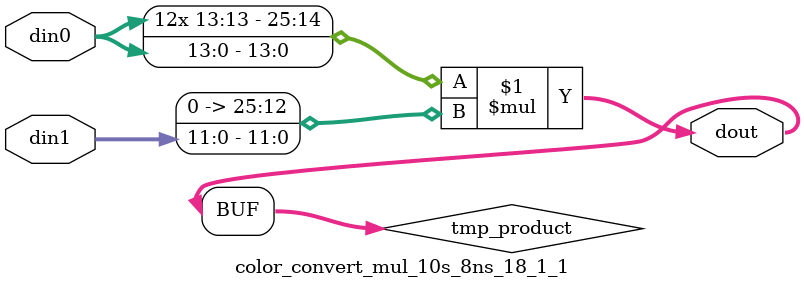
<source format=v>

`timescale 1 ns / 1 ps

  module color_convert_mul_10s_8ns_18_1_1(din0, din1, dout);
parameter ID = 1;
parameter NUM_STAGE = 0;
parameter din0_WIDTH = 14;
parameter din1_WIDTH = 12;
parameter dout_WIDTH = 26;

input [din0_WIDTH - 1 : 0] din0; 
input [din1_WIDTH - 1 : 0] din1; 
output [dout_WIDTH - 1 : 0] dout;

wire signed [dout_WIDTH - 1 : 0] tmp_product;












assign tmp_product = $signed(din0) * $signed({1'b0, din1});









assign dout = tmp_product;







endmodule

</source>
